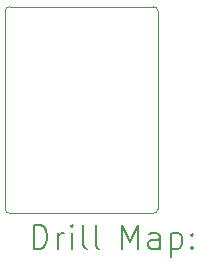
<source format=gbr>
%TF.GenerationSoftware,KiCad,Pcbnew,(7.0.0)*%
%TF.CreationDate,2023-05-09T09:59:39+03:00*%
%TF.ProjectId,IoT_sulari_sensorboard,496f545f-7375-46c6-9172-695f73656e73,rev?*%
%TF.SameCoordinates,Original*%
%TF.FileFunction,Drillmap*%
%TF.FilePolarity,Positive*%
%FSLAX45Y45*%
G04 Gerber Fmt 4.5, Leading zero omitted, Abs format (unit mm)*
G04 Created by KiCad (PCBNEW (7.0.0)) date 2023-05-09 09:59:39*
%MOMM*%
%LPD*%
G01*
G04 APERTURE LIST*
%ADD10C,0.100000*%
%ADD11C,0.200000*%
G04 APERTURE END LIST*
D10*
X13750000Y-8210000D02*
X14270000Y-8210000D01*
X14414000Y-9960000D02*
X13195000Y-9960014D01*
X13196000Y-8210000D02*
G75*
G03*
X13159986Y-8245000I-1000J-35000D01*
G01*
X13750000Y-8210000D02*
X13196000Y-8210000D01*
X14450000Y-8246415D02*
X14450014Y-9925000D01*
X14414000Y-9960000D02*
G75*
G03*
X14450014Y-9925000I1000J35000D01*
G01*
X14449996Y-8246415D02*
G75*
G03*
X14412671Y-8210000I-35436J1015D01*
G01*
X13160000Y-9924000D02*
G75*
G03*
X13195000Y-9960014I35000J-1000D01*
G01*
X14270000Y-8210000D02*
X14412671Y-8210000D01*
X13160000Y-9924000D02*
X13159986Y-8245000D01*
D11*
X13402605Y-10258490D02*
X13402605Y-10058490D01*
X13402605Y-10058490D02*
X13450224Y-10058490D01*
X13450224Y-10058490D02*
X13478795Y-10068014D01*
X13478795Y-10068014D02*
X13497843Y-10087062D01*
X13497843Y-10087062D02*
X13507367Y-10106109D01*
X13507367Y-10106109D02*
X13516890Y-10144205D01*
X13516890Y-10144205D02*
X13516890Y-10172776D01*
X13516890Y-10172776D02*
X13507367Y-10210871D01*
X13507367Y-10210871D02*
X13497843Y-10229919D01*
X13497843Y-10229919D02*
X13478795Y-10248967D01*
X13478795Y-10248967D02*
X13450224Y-10258490D01*
X13450224Y-10258490D02*
X13402605Y-10258490D01*
X13602605Y-10258490D02*
X13602605Y-10125157D01*
X13602605Y-10163252D02*
X13612129Y-10144205D01*
X13612129Y-10144205D02*
X13621652Y-10134681D01*
X13621652Y-10134681D02*
X13640700Y-10125157D01*
X13640700Y-10125157D02*
X13659748Y-10125157D01*
X13726414Y-10258490D02*
X13726414Y-10125157D01*
X13726414Y-10058490D02*
X13716890Y-10068014D01*
X13716890Y-10068014D02*
X13726414Y-10077538D01*
X13726414Y-10077538D02*
X13735938Y-10068014D01*
X13735938Y-10068014D02*
X13726414Y-10058490D01*
X13726414Y-10058490D02*
X13726414Y-10077538D01*
X13850224Y-10258490D02*
X13831176Y-10248967D01*
X13831176Y-10248967D02*
X13821652Y-10229919D01*
X13821652Y-10229919D02*
X13821652Y-10058490D01*
X13954986Y-10258490D02*
X13935938Y-10248967D01*
X13935938Y-10248967D02*
X13926414Y-10229919D01*
X13926414Y-10229919D02*
X13926414Y-10058490D01*
X14151176Y-10258490D02*
X14151176Y-10058490D01*
X14151176Y-10058490D02*
X14217843Y-10201348D01*
X14217843Y-10201348D02*
X14284509Y-10058490D01*
X14284509Y-10058490D02*
X14284509Y-10258490D01*
X14465462Y-10258490D02*
X14465462Y-10153728D01*
X14465462Y-10153728D02*
X14455938Y-10134681D01*
X14455938Y-10134681D02*
X14436890Y-10125157D01*
X14436890Y-10125157D02*
X14398795Y-10125157D01*
X14398795Y-10125157D02*
X14379748Y-10134681D01*
X14465462Y-10248967D02*
X14446414Y-10258490D01*
X14446414Y-10258490D02*
X14398795Y-10258490D01*
X14398795Y-10258490D02*
X14379748Y-10248967D01*
X14379748Y-10248967D02*
X14370224Y-10229919D01*
X14370224Y-10229919D02*
X14370224Y-10210871D01*
X14370224Y-10210871D02*
X14379748Y-10191824D01*
X14379748Y-10191824D02*
X14398795Y-10182300D01*
X14398795Y-10182300D02*
X14446414Y-10182300D01*
X14446414Y-10182300D02*
X14465462Y-10172776D01*
X14560700Y-10125157D02*
X14560700Y-10325157D01*
X14560700Y-10134681D02*
X14579748Y-10125157D01*
X14579748Y-10125157D02*
X14617843Y-10125157D01*
X14617843Y-10125157D02*
X14636890Y-10134681D01*
X14636890Y-10134681D02*
X14646414Y-10144205D01*
X14646414Y-10144205D02*
X14655938Y-10163252D01*
X14655938Y-10163252D02*
X14655938Y-10220395D01*
X14655938Y-10220395D02*
X14646414Y-10239443D01*
X14646414Y-10239443D02*
X14636890Y-10248967D01*
X14636890Y-10248967D02*
X14617843Y-10258490D01*
X14617843Y-10258490D02*
X14579748Y-10258490D01*
X14579748Y-10258490D02*
X14560700Y-10248967D01*
X14741652Y-10239443D02*
X14751176Y-10248967D01*
X14751176Y-10248967D02*
X14741652Y-10258490D01*
X14741652Y-10258490D02*
X14732129Y-10248967D01*
X14732129Y-10248967D02*
X14741652Y-10239443D01*
X14741652Y-10239443D02*
X14741652Y-10258490D01*
X14741652Y-10134681D02*
X14751176Y-10144205D01*
X14751176Y-10144205D02*
X14741652Y-10153728D01*
X14741652Y-10153728D02*
X14732129Y-10144205D01*
X14732129Y-10144205D02*
X14741652Y-10134681D01*
X14741652Y-10134681D02*
X14741652Y-10153728D01*
M02*

</source>
